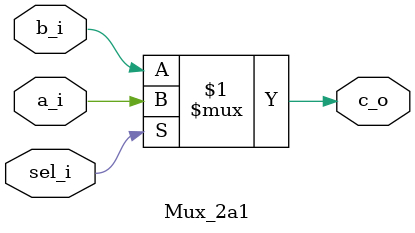
<source format=sv>
`timescale 1ns / 1ps

module Mux_2a1 
    #(
        parameter N = 1
    )
    (
        input logic [N-1:0] a_i,
        input logic [N-1:0] b_i,
        input logic sel_i,
        output logic [N-1:0] c_o
    );
    
    assign c_o=(sel_i)?a_i:b_i;
    
endmodule

</source>
